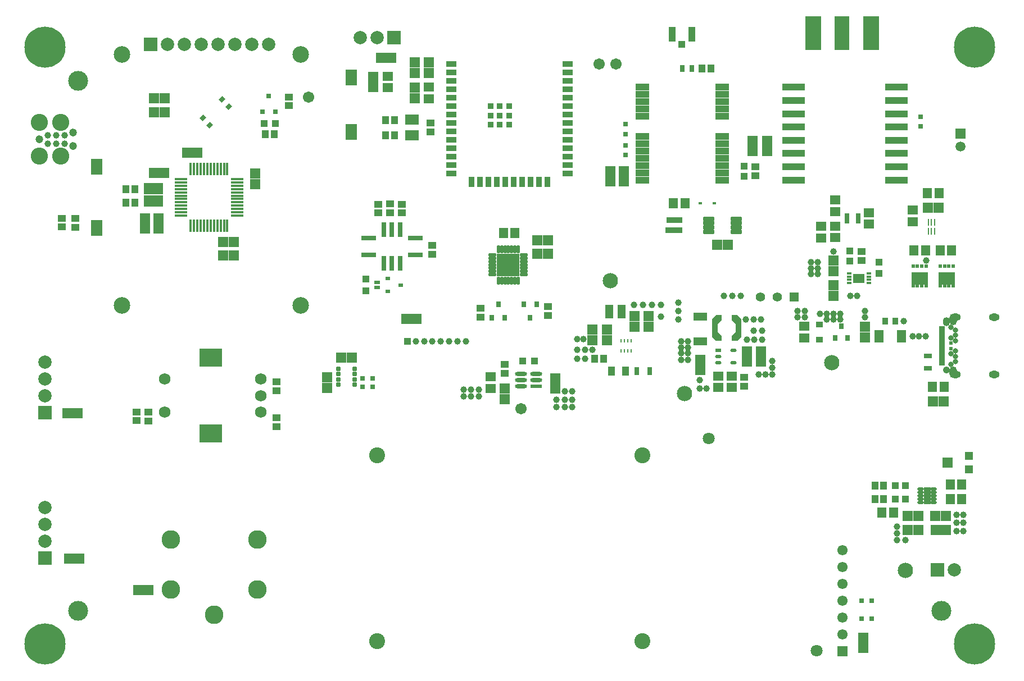
<source format=gts>
G04*
G04 #@! TF.GenerationSoftware,Altium Limited,Altium Designer,24.9.1 (31)*
G04*
G04 Layer_Color=8388736*
%FSLAX44Y44*%
%MOMM*%
G71*
G04*
G04 #@! TF.SameCoordinates,A601D634-93CA-4805-8520-E3EE879C7AED*
G04*
G04*
G04 #@! TF.FilePolarity,Negative*
G04*
G01*
G75*
%ADD25R,0.9000X0.9000*%
%ADD26R,0.9000X1.5000*%
%ADD27R,1.5000X0.9000*%
%ADD28R,0.2794X0.6096*%
%ADD31R,1.8052X0.6098*%
G04:AMPARAMS|DCode=32|XSize=1.8052mm|YSize=0.6098mm|CornerRadius=0.3049mm|HoleSize=0mm|Usage=FLASHONLY|Rotation=180.000|XOffset=0mm|YOffset=0mm|HoleType=Round|Shape=RoundedRectangle|*
%AMROUNDEDRECTD32*
21,1,1.8052,0.0000,0,0,180.0*
21,1,1.1954,0.6098,0,0,180.0*
1,1,0.6098,-0.5977,0.0000*
1,1,0.6098,0.5977,0.0000*
1,1,0.6098,0.5977,0.0000*
1,1,0.6098,-0.5977,0.0000*
%
%ADD32ROUNDEDRECTD32*%
%ADD33R,0.8000X0.8000*%
%ADD42R,0.5900X0.4500*%
%ADD47R,2.2860X5.0800*%
%ADD48R,2.4130X5.0800*%
%ADD51R,0.8000X0.9000*%
%ADD52R,0.7366X0.5588*%
%ADD57R,2.0000X1.2500*%
%ADD65R,1.1549X2.1062*%
%ADD68R,1.7500X1.4500*%
%ADD69R,0.7500X0.3000*%
G04:AMPARAMS|DCode=70|XSize=1.0654mm|YSize=0.2425mm|CornerRadius=0.1212mm|HoleSize=0mm|Usage=FLASHONLY|Rotation=90.000|XOffset=0mm|YOffset=0mm|HoleType=Round|Shape=RoundedRectangle|*
%AMROUNDEDRECTD70*
21,1,1.0654,0.0000,0,0,90.0*
21,1,0.8229,0.2425,0,0,90.0*
1,1,0.2425,0.0000,0.4114*
1,1,0.2425,0.0000,-0.4114*
1,1,0.2425,0.0000,-0.4114*
1,1,0.2425,0.0000,0.4114*
%
%ADD70ROUNDEDRECTD70*%
%ADD71R,0.2425X1.0654*%
%ADD72R,0.9397X0.5321*%
G04:AMPARAMS|DCode=73|XSize=0.9397mm|YSize=0.5321mm|CornerRadius=0.2661mm|HoleSize=0mm|Usage=FLASHONLY|Rotation=0.000|XOffset=0mm|YOffset=0mm|HoleType=Round|Shape=RoundedRectangle|*
%AMROUNDEDRECTD73*
21,1,0.9397,0.0000,0,0,0.0*
21,1,0.4076,0.5321,0,0,0.0*
1,1,0.5321,0.2038,0.0000*
1,1,0.5321,-0.2038,0.0000*
1,1,0.5321,-0.2038,0.0000*
1,1,0.5321,0.2038,0.0000*
%
%ADD73ROUNDEDRECTD73*%
%ADD76R,3.5000X1.0000*%
%ADD79R,0.8020X0.9720*%
%ADD81R,1.2000X1.2000*%
%ADD82R,1.5000X1.6000*%
%ADD86C,1.0259*%
%ADD89R,2.5032X0.8532*%
%ADD90R,2.4032X0.8532*%
%ADD91R,0.4524X1.8524*%
%ADD92R,1.8524X0.4524*%
%ADD93R,1.0032X1.0032*%
%ADD94R,0.9032X0.5232*%
%ADD95R,1.6032X1.5032*%
%ADD96R,1.5532X1.3532*%
%ADD97R,1.2032X1.1032*%
%ADD98C,1.7032*%
%ADD99R,1.5032X1.6032*%
%ADD100R,1.1532X1.0532*%
%ADD101R,1.0032X1.0032*%
G04:AMPARAMS|DCode=102|XSize=1.7032mm|YSize=0.6932mm|CornerRadius=0.2241mm|HoleSize=0mm|Usage=FLASHONLY|Rotation=180.000|XOffset=0mm|YOffset=0mm|HoleType=Round|Shape=RoundedRectangle|*
%AMROUNDEDRECTD102*
21,1,1.7032,0.2450,0,0,180.0*
21,1,1.2550,0.6932,0,0,180.0*
1,1,0.4482,-0.6275,0.1225*
1,1,0.4482,0.6275,0.1225*
1,1,0.4482,0.6275,-0.1225*
1,1,0.4482,-0.6275,-0.1225*
%
%ADD102ROUNDEDRECTD102*%
%ADD103R,1.3532X1.5532*%
%ADD104R,1.0532X1.1532*%
%ADD105R,0.8032X1.0032*%
%ADD106R,1.0000X1.0500*%
%ADD107R,1.0500X2.2000*%
%ADD108R,2.1032X1.6032*%
%ADD109R,1.1032X1.2032*%
%ADD110R,1.0032X1.1032*%
%ADD111R,0.9032X0.6032*%
%ADD112R,0.7032X0.8032*%
%ADD113R,1.1032X1.0032*%
G04:AMPARAMS|DCode=114|XSize=0.7032mm|YSize=0.8032mm|CornerRadius=0mm|HoleSize=0mm|Usage=FLASHONLY|Rotation=315.000|XOffset=0mm|YOffset=0mm|HoleType=Round|Shape=Rectangle|*
%AMROTATEDRECTD114*
4,1,4,-0.5326,-0.0354,0.0354,0.5326,0.5326,0.0354,-0.0354,-0.5326,-0.5326,-0.0354,0.0*
%
%ADD114ROTATEDRECTD114*%

%ADD115R,0.5000X0.6300*%
%ADD116C,1.6955*%
G04:AMPARAMS|DCode=117|XSize=0.9432mm|YSize=0.4732mm|CornerRadius=0.1354mm|HoleSize=0mm|Usage=FLASHONLY|Rotation=180.000|XOffset=0mm|YOffset=0mm|HoleType=Round|Shape=RoundedRectangle|*
%AMROUNDEDRECTD117*
21,1,0.9432,0.2025,0,0,180.0*
21,1,0.6725,0.4732,0,0,180.0*
1,1,0.2707,-0.3363,0.1013*
1,1,0.2707,0.3363,0.1013*
1,1,0.2707,0.3363,-0.1013*
1,1,0.2707,-0.3363,-0.1013*
%
%ADD117ROUNDEDRECTD117*%
%ADD118R,1.0432X2.6032*%
G04:AMPARAMS|DCode=119|XSize=0.7032mm|YSize=0.7032mm|CornerRadius=0.1641mm|HoleSize=0mm|Usage=FLASHONLY|Rotation=270.000|XOffset=0mm|YOffset=0mm|HoleType=Round|Shape=RoundedRectangle|*
%AMROUNDEDRECTD119*
21,1,0.7032,0.3750,0,0,270.0*
21,1,0.3750,0.7032,0,0,270.0*
1,1,0.3282,-0.1875,-0.1875*
1,1,0.3282,-0.1875,0.1875*
1,1,0.3282,0.1875,0.1875*
1,1,0.3282,0.1875,-0.1875*
%
%ADD119ROUNDEDRECTD119*%
%ADD120R,1.8032X2.3832*%
%ADD121R,1.8032X2.4032*%
%ADD122R,3.3532X3.3532*%
G04:AMPARAMS|DCode=123|XSize=1.1732mm|YSize=0.4632mm|CornerRadius=0.1341mm|HoleSize=0mm|Usage=FLASHONLY|Rotation=180.000|XOffset=0mm|YOffset=0mm|HoleType=Round|Shape=RoundedRectangle|*
%AMROUNDEDRECTD123*
21,1,1.1732,0.1950,0,0,180.0*
21,1,0.9050,0.4632,0,0,180.0*
1,1,0.2682,-0.4525,0.0975*
1,1,0.2682,0.4525,0.0975*
1,1,0.2682,0.4525,-0.0975*
1,1,0.2682,-0.4525,-0.0975*
%
%ADD123ROUNDEDRECTD123*%
G04:AMPARAMS|DCode=124|XSize=0.4632mm|YSize=1.1732mm|CornerRadius=0.1341mm|HoleSize=0mm|Usage=FLASHONLY|Rotation=180.000|XOffset=0mm|YOffset=0mm|HoleType=Round|Shape=RoundedRectangle|*
%AMROUNDEDRECTD124*
21,1,0.4632,0.9050,0,0,180.0*
21,1,0.1950,1.1732,0,0,180.0*
1,1,0.2682,-0.0975,0.4525*
1,1,0.2682,0.0975,0.4525*
1,1,0.2682,0.0975,-0.4525*
1,1,0.2682,-0.0975,-0.4525*
%
%ADD124ROUNDEDRECTD124*%
%ADD125R,1.1032X1.4032*%
%ADD126R,0.8032X1.2532*%
%ADD127R,2.2032X0.8032*%
%ADD128R,0.8032X2.2032*%
%ADD129R,2.0032X1.0032*%
%ADD130R,1.0332X0.8282*%
%ADD131R,1.4532X1.8532*%
%ADD132R,1.2532X0.8032*%
%ADD133R,0.7032X0.5782*%
%ADD134C,3.0000*%
%ADD135R,0.8032X0.7032*%
%ADD136R,2.9032X1.7032*%
%ADD137C,0.9906*%
%ADD138R,0.8532X1.1032*%
%ADD139C,2.0032*%
%ADD140R,2.0032X2.0032*%
%ADD141C,2.5032*%
%ADD142C,2.4032*%
%ADD143O,1.0532X1.3532*%
%ADD144O,1.1032X1.7532*%
%ADD145O,1.6032X1.1032*%
%ADD146C,1.0532*%
%ADD147C,0.6032*%
%ADD148C,0.8032*%
%ADD149R,3.4032X2.8032*%
%ADD150C,1.7532*%
%ADD151R,2.0032X2.0032*%
%ADD152C,2.8032*%
%ADD153R,1.0000X1.0000*%
%ADD154C,1.0000*%
%ADD155R,1.5500X1.5500*%
%ADD156C,1.5500*%
%ADD157C,1.8000*%
%ADD158C,1.5112*%
%ADD159R,1.5112X1.5112*%
%ADD160C,1.3890*%
%ADD161R,1.3890X1.3890*%
%ADD162C,2.3032*%
%ADD163C,6.2032*%
%ADD164C,1.1938*%
%ADD165C,2.5781*%
%ADD166C,1.0032*%
G36*
X1069460Y538750D02*
X1063660Y532800D01*
Y521300D01*
X1069460Y515350D01*
Y507600D01*
X1060560D01*
X1054960Y513100D01*
Y541000D01*
X1060560Y546500D01*
X1069460D01*
Y538750D01*
D02*
G37*
G36*
X1098960Y541000D02*
Y513100D01*
X1093360Y507600D01*
X1084460D01*
Y515350D01*
X1090260Y521300D01*
Y532800D01*
X1084460Y538750D01*
Y546500D01*
X1093360D01*
X1098960Y541000D01*
D02*
G37*
G36*
X1379760Y588200D02*
X1374760D01*
Y592300D01*
X1373260D01*
Y588200D01*
X1368260D01*
Y592300D01*
X1366760D01*
Y588200D01*
X1361760D01*
Y592300D01*
X1360260D01*
Y588200D01*
X1355260D01*
Y611300D01*
X1379760D01*
Y588200D01*
D02*
G37*
G36*
X1420680D02*
X1415680D01*
Y592300D01*
X1414180D01*
Y588200D01*
X1409180D01*
Y592300D01*
X1407680D01*
Y588200D01*
X1402680D01*
Y592300D01*
X1401180D01*
Y588200D01*
X1396180D01*
Y611300D01*
X1420680D01*
Y588200D01*
D02*
G37*
D25*
X749000Y833400D02*
D03*
X735000D02*
D03*
X721000D02*
D03*
X749000Y847400D02*
D03*
X735000D02*
D03*
X721000D02*
D03*
X749000Y861400D02*
D03*
X735000D02*
D03*
X721000D02*
D03*
D26*
X807150Y747000D02*
D03*
X794450D02*
D03*
X781750D02*
D03*
X769050D02*
D03*
X756350D02*
D03*
X743650D02*
D03*
X730950D02*
D03*
X718250D02*
D03*
X705550D02*
D03*
X692850D02*
D03*
D27*
X837500Y924600D02*
D03*
Y911900D02*
D03*
Y899200D02*
D03*
Y886500D02*
D03*
Y873800D02*
D03*
Y861100D02*
D03*
Y848400D02*
D03*
Y835700D02*
D03*
Y823000D02*
D03*
Y810300D02*
D03*
Y797600D02*
D03*
Y784900D02*
D03*
Y772200D02*
D03*
Y759500D02*
D03*
X662500D02*
D03*
Y772200D02*
D03*
Y784900D02*
D03*
Y797600D02*
D03*
Y810300D02*
D03*
Y823000D02*
D03*
Y835700D02*
D03*
Y848400D02*
D03*
Y861100D02*
D03*
Y873800D02*
D03*
Y886500D02*
D03*
Y899200D02*
D03*
Y911900D02*
D03*
Y924600D02*
D03*
D28*
X933169Y507239D02*
D03*
X928169D02*
D03*
X923169D02*
D03*
X918169D02*
D03*
Y492253D02*
D03*
X923169D02*
D03*
X928169D02*
D03*
X933169D02*
D03*
D31*
X790015Y438810D02*
D03*
D32*
Y448310D02*
D03*
Y457810D02*
D03*
X767005D02*
D03*
Y448310D02*
D03*
Y438810D02*
D03*
D33*
X377850Y852870D02*
D03*
X396850D02*
D03*
X387350Y876870D02*
D03*
D42*
X1058300Y715010D02*
D03*
X1037200D02*
D03*
D47*
X1250950Y971550D02*
D03*
D48*
X1294765D02*
D03*
X1207135D02*
D03*
D51*
X790470Y562450D02*
D03*
X771470D02*
D03*
X780970Y542450D02*
D03*
X723370D02*
D03*
X742370D02*
D03*
X732870Y562450D02*
D03*
D52*
X585866Y591820D02*
D03*
X566054Y582295D02*
D03*
Y601345D02*
D03*
D57*
X1037590Y506730D02*
D03*
Y544230D02*
D03*
D65*
X918416Y551816D02*
D03*
X899903D02*
D03*
D68*
X1276350Y601980D02*
D03*
D69*
X1290850Y609480D02*
D03*
Y604480D02*
D03*
Y599480D02*
D03*
Y594480D02*
D03*
X1261850D02*
D03*
Y599480D02*
D03*
Y604480D02*
D03*
Y609480D02*
D03*
D70*
X1380570Y685986D02*
D03*
X1385570D02*
D03*
X1390570D02*
D03*
Y672914D02*
D03*
X1385570D02*
D03*
D71*
X1380570D02*
D03*
D72*
X1064535Y493370D02*
D03*
D73*
Y483870D02*
D03*
Y474370D02*
D03*
X1086845D02*
D03*
Y493370D02*
D03*
D76*
X1177500Y750000D02*
D03*
Y770000D02*
D03*
Y790000D02*
D03*
Y810000D02*
D03*
Y830000D02*
D03*
Y850000D02*
D03*
Y870000D02*
D03*
Y890000D02*
D03*
X1332500D02*
D03*
Y870000D02*
D03*
Y850000D02*
D03*
Y830000D02*
D03*
Y810000D02*
D03*
Y790000D02*
D03*
Y770000D02*
D03*
Y750000D02*
D03*
D79*
X1249680Y529550D02*
D03*
X1259180Y511850D02*
D03*
X1240180D02*
D03*
D81*
X1442200Y333850D02*
D03*
Y313850D02*
D03*
D82*
X1409700Y323850D02*
D03*
D86*
X1093069Y538797D02*
D03*
X1060851D02*
D03*
D89*
X997420Y674490D02*
D03*
D90*
X997920Y689490D02*
D03*
D91*
X319680Y681520D02*
D03*
X269680D02*
D03*
X274680D02*
D03*
X279680D02*
D03*
X284680D02*
D03*
X289680D02*
D03*
X294680D02*
D03*
X299680D02*
D03*
X304680D02*
D03*
X309680D02*
D03*
X314680D02*
D03*
X324680D02*
D03*
Y766280D02*
D03*
X319680D02*
D03*
X314680D02*
D03*
X309680D02*
D03*
X304680D02*
D03*
X299680D02*
D03*
X294680D02*
D03*
X289680D02*
D03*
X284680D02*
D03*
X279680D02*
D03*
X274680D02*
D03*
X269680D02*
D03*
D92*
X339560Y711400D02*
D03*
Y696400D02*
D03*
Y701400D02*
D03*
Y706400D02*
D03*
Y716400D02*
D03*
X254800Y751400D02*
D03*
Y746400D02*
D03*
Y741400D02*
D03*
Y736400D02*
D03*
Y731400D02*
D03*
Y726400D02*
D03*
Y721400D02*
D03*
Y716400D02*
D03*
Y711400D02*
D03*
Y706400D02*
D03*
Y701400D02*
D03*
Y696400D02*
D03*
X339560Y721400D02*
D03*
Y726400D02*
D03*
Y731400D02*
D03*
Y736400D02*
D03*
Y741400D02*
D03*
Y751400D02*
D03*
Y746400D02*
D03*
D93*
X1331200Y269240D02*
D03*
X1346200D02*
D03*
X1331080Y289560D02*
D03*
X1346080D02*
D03*
D94*
X1401650Y472500D02*
D03*
Y477500D02*
D03*
Y482500D02*
D03*
Y487500D02*
D03*
Y492500D02*
D03*
Y497500D02*
D03*
Y502500D02*
D03*
Y507500D02*
D03*
Y512500D02*
D03*
Y517500D02*
D03*
Y522500D02*
D03*
Y527500D02*
D03*
D95*
X742950Y419610D02*
D03*
Y435610D02*
D03*
X819150Y435230D02*
D03*
Y451230D02*
D03*
X1282700Y44070D02*
D03*
Y60070D02*
D03*
X1238250Y628648D02*
D03*
Y612648D02*
D03*
X1137920Y809370D02*
D03*
Y793370D02*
D03*
X1116330Y809370D02*
D03*
Y793370D02*
D03*
X922100Y763650D02*
D03*
Y747650D02*
D03*
X901780Y763650D02*
D03*
Y747650D02*
D03*
X474980Y436500D02*
D03*
Y452500D02*
D03*
X628540Y911480D02*
D03*
Y927480D02*
D03*
X607060Y911480D02*
D03*
Y927480D02*
D03*
Y889380D02*
D03*
Y873380D02*
D03*
X544830Y905890D02*
D03*
Y889890D02*
D03*
X938369Y544576D02*
D03*
Y528576D02*
D03*
X959309Y544576D02*
D03*
Y528576D02*
D03*
X896459Y524256D02*
D03*
Y508256D02*
D03*
X874869Y524256D02*
D03*
Y508256D02*
D03*
X1238250Y575312D02*
D03*
Y591312D02*
D03*
X1037590Y463170D02*
D03*
Y479170D02*
D03*
X1107440Y475870D02*
D03*
Y491870D02*
D03*
X1285240Y512700D02*
D03*
Y528700D02*
D03*
X1129030Y475870D02*
D03*
Y491870D02*
D03*
X367030Y743840D02*
D03*
Y759840D02*
D03*
X200580Y692530D02*
D03*
Y676530D02*
D03*
X220900Y692530D02*
D03*
Y676530D02*
D03*
D96*
X721360Y435750D02*
D03*
Y453250D02*
D03*
X1357630Y704710D02*
D03*
Y687210D02*
D03*
X1291590Y683400D02*
D03*
Y700900D02*
D03*
X566420Y906640D02*
D03*
Y889140D02*
D03*
X628650Y872630D02*
D03*
Y890130D02*
D03*
X1084580Y437020D02*
D03*
Y454520D02*
D03*
X1064260Y437020D02*
D03*
Y454520D02*
D03*
X1193800Y511950D02*
D03*
Y529450D02*
D03*
X1240790Y663080D02*
D03*
Y680580D02*
D03*
Y702310D02*
D03*
Y719810D02*
D03*
X1219590Y680440D02*
D03*
Y662940D02*
D03*
D97*
X742950Y471970D02*
D03*
Y458470D02*
D03*
X570230Y713810D02*
D03*
Y700310D02*
D03*
X633730Y638410D02*
D03*
Y651910D02*
D03*
X398780Y432670D02*
D03*
Y446170D02*
D03*
Y391560D02*
D03*
Y378060D02*
D03*
X205740Y400450D02*
D03*
Y386950D02*
D03*
X1103630Y439020D02*
D03*
Y452520D02*
D03*
X95330Y679050D02*
D03*
Y692550D02*
D03*
D98*
X767005Y405055D02*
D03*
X910000Y925000D02*
D03*
X447040Y875030D02*
D03*
X885000Y925000D02*
D03*
D99*
X83440Y398780D02*
D03*
X99440D02*
D03*
X190120Y132080D02*
D03*
X206120D02*
D03*
X85980Y179070D02*
D03*
X101980D02*
D03*
X1396110Y708660D02*
D03*
X1380110D02*
D03*
X1062610Y652780D02*
D03*
X1078610D02*
D03*
X571880Y934720D02*
D03*
X555880D02*
D03*
X512190Y482600D02*
D03*
X496190D02*
D03*
X230250Y852090D02*
D03*
X214250D02*
D03*
X230250Y873680D02*
D03*
X214250D02*
D03*
X808020Y659130D02*
D03*
X792020D02*
D03*
X808020Y638810D02*
D03*
X792020D02*
D03*
X1403730Y416560D02*
D03*
X1387730D02*
D03*
X1407540Y222250D02*
D03*
X1391540D02*
D03*
X1407460Y243840D02*
D03*
X1391460D02*
D03*
X1349630D02*
D03*
X1365630D02*
D03*
X1349630Y222250D02*
D03*
X1365630D02*
D03*
X263780Y791210D02*
D03*
X279780D02*
D03*
X229870Y760730D02*
D03*
X213870D02*
D03*
X334390Y656590D02*
D03*
X318390D02*
D03*
Y636270D02*
D03*
X334390D02*
D03*
X593980Y541020D02*
D03*
X609980D02*
D03*
D100*
X1120140Y756770D02*
D03*
Y769770D02*
D03*
X631190Y822810D02*
D03*
Y835810D02*
D03*
X588010Y700560D02*
D03*
Y713560D02*
D03*
X552450D02*
D03*
Y700560D02*
D03*
X187960Y387200D02*
D03*
Y400200D02*
D03*
X807640Y545950D02*
D03*
Y558950D02*
D03*
X706120Y556410D02*
D03*
Y543410D02*
D03*
X1280160Y628858D02*
D03*
Y641858D02*
D03*
X75010Y692300D02*
D03*
Y679300D02*
D03*
X417830Y862180D02*
D03*
Y875180D02*
D03*
D101*
X1103630Y755770D02*
D03*
Y770770D02*
D03*
X1262380Y628008D02*
D03*
Y643008D02*
D03*
D102*
X1049560Y672240D02*
D03*
Y678740D02*
D03*
Y691740D02*
D03*
X1091660D02*
D03*
Y685240D02*
D03*
Y678740D02*
D03*
Y672240D02*
D03*
X1049560Y685240D02*
D03*
D103*
X1014450Y715010D02*
D03*
X996950D02*
D03*
X740550Y670560D02*
D03*
X758050D02*
D03*
X1379360Y730250D02*
D03*
X1396860D02*
D03*
X1376768Y643546D02*
D03*
X1359268D02*
D03*
X1398410Y643890D02*
D03*
X1415910D02*
D03*
X1404480Y438150D02*
D03*
X1386980D02*
D03*
X1413650Y290830D02*
D03*
X1431150D02*
D03*
X1310780Y248920D02*
D03*
X1328280D02*
D03*
X1413650Y269240D02*
D03*
X1431150D02*
D03*
D104*
X1052980Y918210D02*
D03*
X1039980D02*
D03*
X382120Y819150D02*
D03*
X395120D02*
D03*
X1313180Y269240D02*
D03*
X1300180D02*
D03*
X1313330Y289560D02*
D03*
X1300330D02*
D03*
D105*
X1024270Y918210D02*
D03*
X1010270D02*
D03*
D106*
X1009650Y955030D02*
D03*
D107*
X994900Y970280D02*
D03*
X1024400D02*
D03*
D108*
X603250Y841310D02*
D03*
Y817310D02*
D03*
D109*
X576980Y840740D02*
D03*
X563480D02*
D03*
X576980Y817880D02*
D03*
X563480D02*
D03*
X891779Y480696D02*
D03*
X878279D02*
D03*
X185820Y736600D02*
D03*
X172320D02*
D03*
X185820Y716280D02*
D03*
X172320D02*
D03*
D110*
X533430Y600320D02*
D03*
Y583320D02*
D03*
X1306830Y626228D02*
D03*
Y609228D02*
D03*
D111*
X550560Y588400D02*
D03*
Y595400D02*
D03*
D112*
X528440Y450850D02*
D03*
X543440D02*
D03*
X1295280Y115570D02*
D03*
X1280280D02*
D03*
X528440Y438150D02*
D03*
X543440D02*
D03*
X1295280Y88900D02*
D03*
X1280280D02*
D03*
D113*
X380120Y835660D02*
D03*
X397120D02*
D03*
X770010Y477520D02*
D03*
X787010D02*
D03*
D114*
X327060Y860837D02*
D03*
X316453Y871443D02*
D03*
X298262Y832897D02*
D03*
X287655Y843503D02*
D03*
D115*
X1418180Y620050D02*
D03*
X1411680D02*
D03*
X1405180D02*
D03*
X1398680D02*
D03*
X1357760D02*
D03*
X1364260D02*
D03*
X1370760D02*
D03*
X1377260D02*
D03*
D116*
X1410935Y601555D02*
D03*
X1370015D02*
D03*
D117*
X1388960Y264160D02*
D03*
Y269160D02*
D03*
Y274160D02*
D03*
Y279160D02*
D03*
Y284160D02*
D03*
X1369060D02*
D03*
Y279160D02*
D03*
Y274160D02*
D03*
Y269160D02*
D03*
Y264160D02*
D03*
D118*
X1379010Y274160D02*
D03*
D119*
X516190Y465390D02*
D03*
Y457390D02*
D03*
Y449390D02*
D03*
Y441390D02*
D03*
X492190Y441190D02*
D03*
Y449390D02*
D03*
Y457390D02*
D03*
Y465390D02*
D03*
D120*
X511810Y904575D02*
D03*
X128270Y769850D02*
D03*
D121*
X511810Y822625D02*
D03*
X128270Y677950D02*
D03*
D122*
X748030Y622300D02*
D03*
D123*
X724330Y607300D02*
D03*
Y612300D02*
D03*
Y617300D02*
D03*
Y622300D02*
D03*
Y627300D02*
D03*
Y632300D02*
D03*
Y637300D02*
D03*
X771730D02*
D03*
Y632300D02*
D03*
Y627300D02*
D03*
Y622300D02*
D03*
Y617300D02*
D03*
Y612300D02*
D03*
Y607300D02*
D03*
D124*
X763030Y598600D02*
D03*
X758030D02*
D03*
X753030D02*
D03*
X748030D02*
D03*
X743030D02*
D03*
X738030D02*
D03*
X733030D02*
D03*
Y646000D02*
D03*
X738030D02*
D03*
X743030D02*
D03*
X748030D02*
D03*
X753030D02*
D03*
X758030D02*
D03*
X763030D02*
D03*
D125*
X903739Y461646D02*
D03*
X924739D02*
D03*
D126*
X960569D02*
D03*
X941569D02*
D03*
D127*
X537770Y662940D02*
D03*
Y637540D02*
D03*
X607770Y662940D02*
D03*
Y637540D02*
D03*
D128*
X560270Y675640D02*
D03*
X572770D02*
D03*
X585270D02*
D03*
X560270Y624840D02*
D03*
X572770D02*
D03*
X585270D02*
D03*
D129*
X950000Y750000D02*
D03*
Y761000D02*
D03*
Y772000D02*
D03*
Y783000D02*
D03*
Y794000D02*
D03*
Y805000D02*
D03*
Y816000D02*
D03*
Y846000D02*
D03*
Y857000D02*
D03*
Y868000D02*
D03*
Y879000D02*
D03*
Y890000D02*
D03*
X1070000D02*
D03*
Y879000D02*
D03*
Y868000D02*
D03*
Y857000D02*
D03*
Y846000D02*
D03*
Y816000D02*
D03*
Y805000D02*
D03*
Y794000D02*
D03*
Y783000D02*
D03*
Y772000D02*
D03*
Y761000D02*
D03*
Y750000D02*
D03*
D130*
X1216660Y509575D02*
D03*
Y531825D02*
D03*
D131*
X1340590Y514350D02*
D03*
X1306090D02*
D03*
D132*
X1380490Y466140D02*
D03*
Y485140D02*
D03*
D133*
X1258080Y697150D02*
D03*
Y692150D02*
D03*
Y687150D02*
D03*
X1275080D02*
D03*
Y692150D02*
D03*
Y697150D02*
D03*
D134*
X1400000Y100000D02*
D03*
X100000D02*
D03*
Y900000D02*
D03*
D135*
X924560Y834150D02*
D03*
Y819150D02*
D03*
Y787640D02*
D03*
Y802640D02*
D03*
X1369060Y830700D02*
D03*
Y845700D02*
D03*
D136*
X213360Y718210D02*
D03*
Y737210D02*
D03*
D137*
X54610Y817880D02*
D03*
Y805180D02*
D03*
X67310Y817880D02*
D03*
Y805180D02*
D03*
X80010Y817880D02*
D03*
Y805180D02*
D03*
D138*
X1330590Y537210D02*
D03*
X1316090D02*
D03*
D139*
X386600Y955000D02*
D03*
X361200D02*
D03*
X335800D02*
D03*
X310400D02*
D03*
X285000D02*
D03*
X259600D02*
D03*
X234200D02*
D03*
X50000Y424600D02*
D03*
Y450000D02*
D03*
Y475400D02*
D03*
Y255800D02*
D03*
Y230400D02*
D03*
Y205000D02*
D03*
X550000Y965000D02*
D03*
X524600D02*
D03*
X1419860Y162560D02*
D03*
D140*
X208800Y955000D02*
D03*
X575400Y965000D02*
D03*
D141*
X435180Y939530D02*
D03*
X165620Y561300D02*
D03*
Y939760D02*
D03*
X434860Y561300D02*
D03*
D142*
X950000Y55000D02*
D03*
Y335000D02*
D03*
X550000D02*
D03*
Y55000D02*
D03*
D143*
X1408250Y536000D02*
D03*
D144*
X1418250Y540050D02*
D03*
Y459950D02*
D03*
D145*
X1421750Y543300D02*
D03*
Y456700D02*
D03*
X1480250D02*
D03*
Y543300D02*
D03*
D146*
X1408250Y464000D02*
D03*
D147*
X1414750Y496000D02*
D03*
Y504000D02*
D03*
D148*
Y488000D02*
D03*
Y472000D02*
D03*
Y512000D02*
D03*
Y528000D02*
D03*
X1421750Y492000D02*
D03*
Y484000D02*
D03*
Y476000D02*
D03*
Y508000D02*
D03*
Y516000D02*
D03*
Y524000D02*
D03*
X1379220Y266700D02*
D03*
Y281940D02*
D03*
X1379010Y274160D02*
D03*
X1416558Y607060D02*
D03*
Y598170D02*
D03*
X1409192Y602742D02*
D03*
X1400810Y607060D02*
D03*
X1401064Y598170D02*
D03*
X1375130Y606970D02*
D03*
X1359890D02*
D03*
X1367256Y602906D02*
D03*
X1375130Y598080D02*
D03*
X1359890D02*
D03*
D149*
X300000Y482000D02*
D03*
Y368000D02*
D03*
D150*
X375000Y425000D02*
D03*
Y450000D02*
D03*
Y400000D02*
D03*
X230000D02*
D03*
Y450000D02*
D03*
D151*
X50000Y399200D02*
D03*
Y179600D02*
D03*
X1394460Y162560D02*
D03*
D152*
X239976Y132408D02*
D03*
X370024D02*
D03*
Y207592D02*
D03*
X305000Y94816D02*
D03*
X239976Y207592D02*
D03*
D153*
X596250Y507000D02*
D03*
D154*
X608750D02*
D03*
X621250D02*
D03*
X633750D02*
D03*
X646250D02*
D03*
X658750D02*
D03*
X671250D02*
D03*
X683750D02*
D03*
D155*
X1251000Y39000D02*
D03*
D156*
Y64400D02*
D03*
Y89800D02*
D03*
Y115200D02*
D03*
Y140600D02*
D03*
Y166000D02*
D03*
Y191400D02*
D03*
D157*
X1212250Y40000D02*
D03*
X1050000Y360000D02*
D03*
D158*
X1429600Y800260D02*
D03*
D159*
Y820260D02*
D03*
D160*
X1127760Y574040D02*
D03*
X1153160D02*
D03*
D161*
X1178560D02*
D03*
D162*
X1235710Y474980D02*
D03*
X901700Y598170D02*
D03*
X1346200Y161290D02*
D03*
X1013460Y427990D02*
D03*
D163*
X1450000Y50000D02*
D03*
Y950000D02*
D03*
X50000D02*
D03*
Y50000D02*
D03*
D164*
X41910Y811530D02*
D03*
X92710Y821690D02*
D03*
Y801370D02*
D03*
D165*
X41910Y836930D02*
D03*
Y786130D02*
D03*
X73660Y836930D02*
D03*
Y786130D02*
D03*
D166*
X1145540Y477520D02*
D03*
X1346200Y207010D02*
D03*
X1135380Y457200D02*
D03*
X1145540D02*
D03*
X1333500Y227330D02*
D03*
Y207010D02*
D03*
Y217170D02*
D03*
X1145540Y467360D02*
D03*
X1263650Y575310D02*
D03*
X1273810D02*
D03*
X1046480Y435610D02*
D03*
X1036320Y448310D02*
D03*
Y435610D02*
D03*
X1183640Y543560D02*
D03*
X1195070D02*
D03*
Y552450D02*
D03*
X1183640D02*
D03*
X1377260Y628900D02*
D03*
X1125220Y457200D02*
D03*
X1423670Y245110D02*
D03*
Y233680D02*
D03*
Y220980D02*
D03*
X1433830D02*
D03*
Y245110D02*
D03*
Y233680D02*
D03*
X1238250Y642620D02*
D03*
X1276350Y601980D02*
D03*
X1285240Y552450D02*
D03*
Y543560D02*
D03*
X1343660Y537210D02*
D03*
X739140Y612140D02*
D03*
X748030Y622300D02*
D03*
X756920Y632460D02*
D03*
X739140D02*
D03*
X756920Y612140D02*
D03*
X875030Y494030D02*
D03*
X863600D02*
D03*
X852170D02*
D03*
X852009Y509906D02*
D03*
X860899D02*
D03*
X852009Y480696D02*
D03*
X863439D02*
D03*
X950646Y561976D02*
D03*
X977739D02*
D03*
Y544196D02*
D03*
X937099Y561976D02*
D03*
X964193D02*
D03*
X1130300Y523240D02*
D03*
X1117600D02*
D03*
X1004570Y565150D02*
D03*
Y552450D02*
D03*
Y539750D02*
D03*
X1073150Y575310D02*
D03*
X1085850D02*
D03*
X1098550D02*
D03*
X1107440Y509270D02*
D03*
X1118870D02*
D03*
X1130300D02*
D03*
X1129030Y539750D02*
D03*
X1117600D02*
D03*
X1106170D02*
D03*
X844550Y407670D02*
D03*
Y419100D02*
D03*
Y431800D02*
D03*
X833120Y407670D02*
D03*
Y419100D02*
D03*
X820420D02*
D03*
Y407670D02*
D03*
X703580Y434340D02*
D03*
X692150D02*
D03*
X680720D02*
D03*
X703580Y424180D02*
D03*
X692150D02*
D03*
X680720D02*
D03*
X833120Y431800D02*
D03*
X1008380Y488950D02*
D03*
X1018540D02*
D03*
X1008380Y478790D02*
D03*
X1018540D02*
D03*
X1008380Y497840D02*
D03*
X1018540D02*
D03*
Y506730D02*
D03*
X1008380D02*
D03*
X1214120Y626110D02*
D03*
Y617220D02*
D03*
Y608330D02*
D03*
X1203960D02*
D03*
Y617220D02*
D03*
Y626110D02*
D03*
X1248410Y539750D02*
D03*
X1238250D02*
D03*
X1228090D02*
D03*
Y548640D02*
D03*
X1238250D02*
D03*
X1248410D02*
D03*
X1217930D02*
D03*
X1376426Y514096D02*
D03*
X1366774D02*
D03*
X1356868D02*
D03*
M02*

</source>
